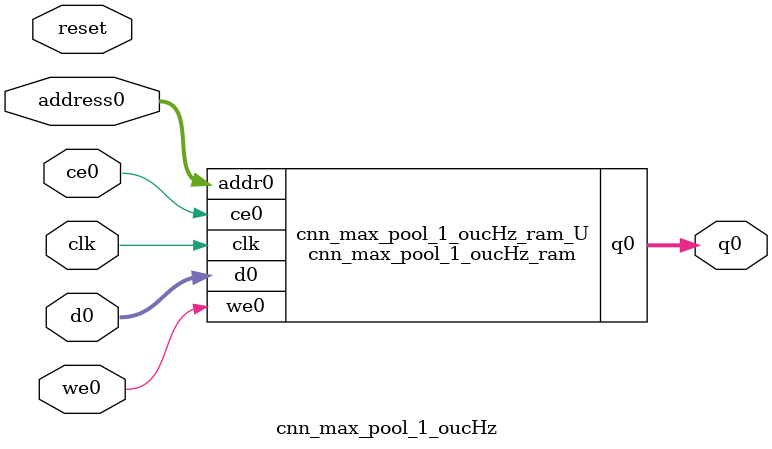
<source format=v>
`timescale 1 ns / 1 ps
module cnn_max_pool_1_oucHz_ram (addr0, ce0, d0, we0, q0,  clk);

parameter DWIDTH = 14;
parameter AWIDTH = 4;
parameter MEM_SIZE = 16;

input[AWIDTH-1:0] addr0;
input ce0;
input[DWIDTH-1:0] d0;
input we0;
output reg[DWIDTH-1:0] q0;
input clk;

(* ram_style = "distributed" *)reg [DWIDTH-1:0] ram[0:MEM_SIZE-1];




always @(posedge clk)  
begin 
    if (ce0) 
    begin
        if (we0) 
        begin 
            ram[addr0] <= d0; 
        end 
        q0 <= ram[addr0];
    end
end


endmodule

`timescale 1 ns / 1 ps
module cnn_max_pool_1_oucHz(
    reset,
    clk,
    address0,
    ce0,
    we0,
    d0,
    q0);

parameter DataWidth = 32'd14;
parameter AddressRange = 32'd16;
parameter AddressWidth = 32'd4;
input reset;
input clk;
input[AddressWidth - 1:0] address0;
input ce0;
input we0;
input[DataWidth - 1:0] d0;
output[DataWidth - 1:0] q0;



cnn_max_pool_1_oucHz_ram cnn_max_pool_1_oucHz_ram_U(
    .clk( clk ),
    .addr0( address0 ),
    .ce0( ce0 ),
    .we0( we0 ),
    .d0( d0 ),
    .q0( q0 ));

endmodule


</source>
